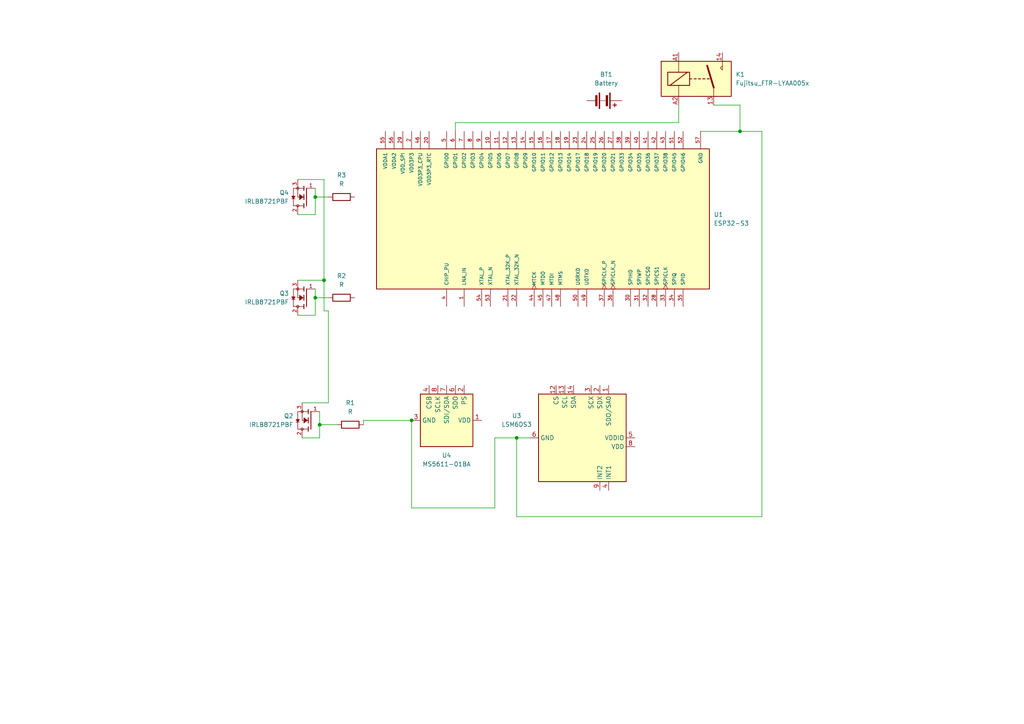
<source format=kicad_sch>
(kicad_sch (version 20250114) (generator "eeschema") (generator_version "9.0")
  (paper "A4")
  (lib_symbols
    (symbol "Device:Battery" (pin_numbers (hide yes)) (pin_names (offset 0) (hide yes))
      (property "Reference" "BT" (at 2.54 2.54 0))
      (property "Value" "Battery" (at 2.54 0 0))
      (symbol "Battery_0_1"
        (rectangle (start -2.286 1.778) (end 2.286 1.524) (fill (type outline)))
        (rectangle (start -2.286 -1.27) (end 2.286 -1.524) (fill (type outline)))
        (rectangle (start -1.524 1.016) (end 1.524 0.508) (fill (type outline)))
        (rectangle (start -1.524 -2.032) (end 1.524 -2.54) (fill (type outline)))
        (polyline (pts (xy 0 1.778) (xy 0 2.54)))
        (polyline (pts (xy 0 0) (xy 0 0.254)))
        (polyline (pts (xy 0 -0.508) (xy 0 -0.254)))
        (polyline (pts (xy 0 -1.016) (xy 0 -0.762)))
        (polyline (pts (xy 0.762 3.048) (xy 1.778 3.048)) (stroke (width 0.254)))
        (polyline (pts (xy 1.27 3.556) (xy 1.27 2.54)) (stroke (width 0.254)))
      )
      (symbol "Battery_1_1"
        (pin passive line (at 0 5.08 270) (length 2.54) (name "+") (number "1"))
        (pin passive line (at 0 -5.08 90) (length 2.54) (name "-") (number "2"))
      )
    )
    (symbol "Device:R" (pin_numbers (hide yes)) (pin_names (offset 0))
      (property "Reference" "R" (at 2.032 0 90))
      (property "Value" "R" (at 0 0 90))
      (symbol "R_0_1"
        (rectangle (start -1.016 -2.54) (end 1.016 2.54) (stroke (width 0.254)))
      )
      (symbol "R_1_1"
        (pin passive line (at 0 3.81 270) (length 1.27) (name "~") (number "1"))
        (pin passive line (at 0 -3.81 90) (length 1.27) (name "~") (number "2"))
      )
    )
    (symbol "ESP32-S3:ESP32-S3" (pin_names (offset 1.016))
      (property "Reference" "U" (at -20.32 49.53 0))
      (property "Value" "ESP32-S3" (at -20.32 -49.53 0))
      (symbol "ESP32-S3_0_0"
        (rectangle (start -20.32 -48.26) (end 20.32 48.26) (stroke (width 0.254)) (fill (type background)))
        (pin input line (at -25.4 27.94 0) (length 5.08) (name "CHIP_PU") (number "4"))
        (pin bidirectional line (at -25.4 22.86 0) (length 5.08) (name "LNA_IN") (number "1"))
        (pin input line (at -25.4 17.78 0) (length 5.08) (name "XTAL_P") (number "54"))
        (pin output line (at -25.4 15.24 0) (length 5.08) (name "XTAL_N") (number "53"))
        (pin bidirectional line (at -25.4 10.16 0) (length 5.08) (name "XTAL_32K_P") (number "21"))
        (pin bidirectional line (at -25.4 7.62 0) (length 5.08) (name "XTAL_32K_N") (number "22"))
        (pin bidirectional clock (at -25.4 2.54 0) (length 5.08) (name "MTCK") (number "44"))
        (pin bidirectional line (at -25.4 0 0) (length 5.08) (name "MTDO") (number "45"))
        (pin bidirectional line (at -25.4 -2.54 0) (length 5.08) (name "MTDI") (number "47"))
        (pin bidirectional line (at -25.4 -5.08 0) (length 5.08) (name "MTMS") (number "48"))
        (pin bidirectional line (at -25.4 -10.16 0) (length 5.08) (name "U0RXD") (number "50"))
        (pin bidirectional line (at -25.4 -12.7 0) (length 5.08) (name "U0TXD") (number "49"))
        (pin bidirectional clock (at -25.4 -17.78 0) (length 5.08) (name "SPICLK_P") (number "37"))
        (pin bidirectional clock (at -25.4 -20.32 0) (length 5.08) (name "SPICLK_N") (number "36"))
        (pin bidirectional line (at -25.4 -25.4 0) (length 5.08) (name "SPIHD") (number "30"))
        (pin bidirectional line (at -25.4 -27.94 0) (length 5.08) (name "SPIWP") (number "31"))
        (pin bidirectional line (at -25.4 -30.48 0) (length 5.08) (name "SPICS0") (number "32"))
        (pin bidirectional line (at -25.4 -33.02 0) (length 5.08) (name "SPICS1") (number "28"))
        (pin bidirectional clock (at -25.4 -35.56 0) (length 5.08) (name "SPICLK") (number "33"))
        (pin bidirectional line (at -25.4 -38.1 0) (length 5.08) (name "SPIQ") (number "34"))
        (pin bidirectional line (at -25.4 -40.64 0) (length 5.08) (name "SPID") (number "35"))
        (pin power_in line (at 25.4 45.72 180) (length 5.08) (name "VDDA1") (number "55"))
        (pin power_in line (at 25.4 43.18 180) (length 5.08) (name "VDDA2") (number "56"))
        (pin power_in line (at 25.4 40.64 180) (length 5.08) (name "VDD_SPI") (number "29"))
        (pin power_in line (at 25.4 38.1 180) (length 5.08) (name "VDD3P3") (number "2"))
        (pin power_in line (at 25.4 38.1 180) (length 5.08) (hide yes) (name "VDD3P3") (number "3"))
        (pin power_in line (at 25.4 35.56 180) (length 5.08) (name "VDD3P3_CPU") (number "46"))
        (pin power_in line (at 25.4 33.02 180) (length 5.08) (name "VDD3P3_RTC") (number "20"))
        (pin bidirectional line (at 25.4 27.94 180) (length 5.08) (name "GPIO0") (number "5"))
        (pin bidirectional line (at 25.4 25.4 180) (length 5.08) (name "GPIO1") (number "6"))
        (pin bidirectional line (at 25.4 22.86 180) (length 5.08) (name "GPIO2") (number "7"))
        (pin bidirectional line (at 25.4 20.32 180) (length 5.08) (name "GPIO3") (number "8"))
        (pin bidirectional line (at 25.4 17.78 180) (length 5.08) (name "GPIO4") (number "9"))
        (pin bidirectional line (at 25.4 15.24 180) (length 5.08) (name "GPIO5") (number "10"))
        (pin bidirectional line (at 25.4 12.7 180) (length 5.08) (name "GPIO6") (number "11"))
        (pin bidirectional line (at 25.4 10.16 180) (length 5.08) (name "GPIO7") (number "12"))
        (pin bidirectional line (at 25.4 7.62 180) (length 5.08) (name "GPIO8") (number "13"))
        (pin bidirectional line (at 25.4 5.08 180) (length 5.08) (name "GPIO9") (number "14"))
        (pin bidirectional line (at 25.4 2.54 180) (length 5.08) (name "GPIO10") (number "15"))
        (pin bidirectional line (at 25.4 0 180) (length 5.08) (name "GPIO11") (number "16"))
        (pin bidirectional line (at 25.4 -2.54 180) (length 5.08) (name "GPIO12") (number "17"))
        (pin bidirectional line (at 25.4 -5.08 180) (length 5.08) (name "GPIO13") (number "18"))
        (pin bidirectional line (at 25.4 -7.62 180) (length 5.08) (name "GPIO14") (number "19"))
        (pin bidirectional line (at 25.4 -10.16 180) (length 5.08) (name "GPIO17") (number "23"))
        (pin bidirectional line (at 25.4 -12.7 180) (length 5.08) (name "GPIO18") (number "24"))
        (pin bidirectional line (at 25.4 -15.24 180) (length 5.08) (name "GPIO19") (number "25"))
        (pin bidirectional line (at 25.4 -17.78 180) (length 5.08) (name "GPIO20") (number "26"))
        (pin bidirectional line (at 25.4 -20.32 180) (length 5.08) (name "GPIO21") (number "27"))
        (pin bidirectional line (at 25.4 -22.86 180) (length 5.08) (name "GPIO33") (number "38"))
        (pin bidirectional line (at 25.4 -25.4 180) (length 5.08) (name "GPIO34") (number "39"))
        (pin bidirectional line (at 25.4 -27.94 180) (length 5.08) (name "GPIO35") (number "40"))
        (pin bidirectional line (at 25.4 -30.48 180) (length 5.08) (name "GPIO36") (number "41"))
        (pin bidirectional line (at 25.4 -33.02 180) (length 5.08) (name "GPIO37") (number "42"))
        (pin bidirectional line (at 25.4 -35.56 180) (length 5.08) (name "GPIO38") (number "43"))
        (pin bidirectional line (at 25.4 -38.1 180) (length 5.08) (name "GPIO45") (number "51"))
        (pin bidirectional line (at 25.4 -40.64 180) (length 5.08) (name "GPIO46") (number "52"))
        (pin power_in line (at 25.4 -45.72 180) (length 5.08) (name "GND") (number "57"))
      )
    )
    (symbol "IRLB8721PBF:IRLB8721PBF" (pin_names (offset 1.016))
      (property "Reference" "Q" (at -8.89 2.54 0))
      (property "Value" "IRLB8721PBF" (at -8.89 -7.62 0))
      (symbol "IRLB8721PBF_0_0"
        (polyline (pts (xy 0 2.54) (xy 0 -2.54)) (stroke (width 0.254)))
        (polyline (pts (xy 0.762 3.175) (xy 0.762 2.54)) (stroke (width 0.254)))
        (polyline (pts (xy 0.762 2.54) (xy 0.762 1.905)) (stroke (width 0.254)))
        (polyline (pts (xy 0.762 2.54) (xy 3.81 2.54)) (stroke (width 0.1524)))
        (polyline (pts (xy 0.762 0.762) (xy 0.762 0)) (stroke (width 0.254)))
        (polyline (pts (xy 0.762 0) (xy 0.762 -0.762)) (stroke (width 0.254)))
        (polyline (pts (xy 0.762 0) (xy 2.54 0)) (stroke (width 0.1524)))
        (polyline (pts (xy 0.762 -1.905) (xy 0.762 -2.54)) (stroke (width 0.254)))
        (polyline (pts (xy 0.762 -2.54) (xy 0.762 -3.175)) (stroke (width 0.254)))
        (polyline (pts (xy 1.016 0) (xy 2.032 0.762) (xy 2.032 -0.762) (xy 1.016 0)) (stroke (width 0.1524)) (fill (type outline)))
        (circle (center 2.54 2.54) (radius 0.3592))
        (polyline (pts (xy 2.54 0) (xy 2.54 -2.54)) (stroke (width 0.1524)))
        (polyline (pts (xy 2.54 -2.54) (xy 0.762 -2.54)) (stroke (width 0.1524)))
        (polyline (pts (xy 2.54 -2.54) (xy 3.81 -2.54)) (stroke (width 0.1524)))
        (circle (center 2.54 -2.54) (radius 0.3592))
        (polyline (pts (xy 3.81 2.54) (xy 3.81 0.508)) (stroke (width 0.1524)))
        (polyline (pts (xy 3.81 0.508) (xy 3.302 0.508)) (stroke (width 0.1524)))
        (polyline (pts (xy 3.81 0.508) (xy 3.81 -2.54)) (stroke (width 0.1524)))
        (polyline (pts (xy 3.81 0.508) (xy 3.302 -0.254) (xy 4.318 -0.254) (xy 3.81 0.508)) (stroke (width 0.1524)) (fill (type outline)))
        (polyline (pts (xy 4.318 0.508) (xy 3.81 0.508)) (stroke (width 0.1524)))
        (pin passive line (at -2.54 -2.54 0) (length 2.54) (name "~") (number "1"))
        (pin passive line (at 2.54 5.08 270) (length 2.54) (name "~") (number "2"))
        (pin passive line (at 2.54 -5.08 90) (length 2.54) (name "~") (number "3"))
      )
    )
    (symbol "Relay:Fujitsu_FTR-LYAA005x"
      (property "Reference" "K" (at 11.43 3.81 0))
      (property "Value" "Fujitsu_FTR-LYAA005x" (at 11.43 1.27 0))
      (symbol "Fujitsu_FTR-LYAA005x_0_0"
        (polyline (pts (xy 7.62 5.08) (xy 7.62 2.54) (xy 6.985 3.175) (xy 7.62 3.81)))
      )
      (symbol "Fujitsu_FTR-LYAA005x_0_1"
        (rectangle (start -10.16 5.08) (end 10.16 -5.08) (stroke (width 0.254)) (fill (type background)))
        (rectangle (start -8.255 1.905) (end -1.905 -1.905) (stroke (width 0.254)))
        (polyline (pts (xy -7.62 -1.905) (xy -2.54 1.905)) (stroke (width 0.254)))
        (polyline (pts (xy -5.08 5.08) (xy -5.08 1.905)))
        (polyline (pts (xy -5.08 -5.08) (xy -5.08 -1.905)))
        (polyline (pts (xy -1.905 0) (xy -1.27 0)) (stroke (width 0.254)))
        (polyline (pts (xy -0.635 0) (xy 0 0)) (stroke (width 0.254)))
        (polyline (pts (xy 0.635 0) (xy 1.27 0)) (stroke (width 0.254)))
        (polyline (pts (xy 1.905 0) (xy 2.54 0)) (stroke (width 0.254)))
        (polyline (pts (xy 3.175 0) (xy 3.81 0)) (stroke (width 0.254)))
        (polyline (pts (xy 5.08 -2.54) (xy 3.175 3.81)) (stroke (width 0.508)))
        (polyline (pts (xy 5.08 -2.54) (xy 5.08 -5.08)))
      )
      (symbol "Fujitsu_FTR-LYAA005x_1_1"
        (pin passive line (at -5.08 7.62 270) (length 2.54) (name "~") (number "A1"))
        (pin passive line (at -5.08 -7.62 90) (length 2.54) (name "~") (number "A2"))
        (pin passive line (at 5.08 -7.62 90) (length 2.54) (name "~") (number "13"))
        (pin passive line (at 7.62 7.62 270) (length 2.54) (name "~") (number "14"))
      )
    )
    (symbol "Sensor_Motion:LSM6DS3"
      (property "Reference" "U" (at -11.43 15.24 0))
      (property "Value" "LSM6DS3" (at -11.43 12.7 0))
      (symbol "LSM6DS3_0_1"
        (rectangle (start -12.7 12.7) (end 12.7 -12.7) (stroke (width 0.254)) (fill (type background)))
      )
      (symbol "LSM6DS3_1_1"
        (pin bidirectional line (at -15.24 7.62 0) (length 2.54) (name "SDO/SA0") (number "1"))
        (pin bidirectional line (at -15.24 5.08 0) (length 2.54) (name "SDX") (number "2"))
        (pin input line (at -15.24 2.54 0) (length 2.54) (name "SCX") (number "3"))
        (pin bidirectional line (at -15.24 -2.54 0) (length 2.54) (name "SDA") (number "14"))
        (pin input line (at -15.24 -5.08 0) (length 2.54) (name "SCL") (number "13"))
        (pin input line (at -15.24 -7.62 0) (length 2.54) (name "CS") (number "12"))
        (pin power_in line (at 0 15.24 270) (length 2.54) (name "VDDIO") (number "5"))
        (pin power_in line (at 0 -15.24 90) (length 2.54) (name "GND") (number "6"))
        (pin passive line (at 0 -15.24 90) (length 2.54) (hide yes) (name "GND") (number "7"))
        (pin power_in line (at 2.54 15.24 270) (length 2.54) (name "VDD") (number "8"))
        (pin no_connect line (at 12.7 -2.54 180) (length 3.81) (hide yes) (name "NC") (number "11"))
        (pin no_connect line (at 12.7 -5.08 180) (length 3.81) (hide yes) (name "NC") (number "10"))
        (pin output line (at 15.24 7.62 180) (length 2.54) (name "INT1") (number "4"))
        (pin output line (at 15.24 5.08 180) (length 2.54) (name "INT2") (number "9"))
      )
    )
    (symbol "Sensor_Pressure:MS5611-01BA"
      (property "Reference" "U" (at -6.35 8.89 0))
      (property "Value" "MS5611-01BA" (at 7.62 8.89 0))
      (symbol "MS5611-01BA_0_1"
        (rectangle (start -7.62 7.62) (end 7.62 -7.62) (stroke (width 0.254)) (fill (type background)))
      )
      (symbol "MS5611-01BA_1_1"
        (pin input line (at -10.16 5.08 0) (length 2.54) (name "PS") (number "2"))
        (pin output line (at -10.16 2.54 0) (length 2.54) (name "SDO") (number "6"))
        (pin bidirectional line (at -10.16 0 0) (length 2.54) (name "SDI/SDA") (number "7"))
        (pin input line (at -10.16 -2.54 0) (length 2.54) (name "SCLK") (number "8"))
        (pin input line (at -10.16 -5.08 0) (length 2.54) (name "CSB") (number "4"))
        (pin input line (at -10.16 -5.08 0) (length 2.54) (hide yes) (name "CSB") (number "5"))
        (pin power_in line (at 0 10.16 270) (length 2.54) (name "VDD") (number "1"))
        (pin power_in line (at 0 -10.16 90) (length 2.54) (name "GND") (number "3"))
      )
    )
  )
  (junction (at 92.71 123.19))
  (junction (at 119.38 121.92))
  (junction (at 91.44 86.36))
  (junction (at 91.44 57.15))
  (junction (at 149.86 127))
  (junction (at 93.98 81.28))
  (junction (at 214.63 38.1))
  (wire (pts (xy 91.44 62.23) (xy 91.44 57.15)))
  (wire (pts (xy 149.86 127) (xy 143.51 127)))
  (wire (pts (xy 220.98 38.1) (xy 220.98 149.86)))
  (wire (pts (xy 93.98 90.17) (xy 93.98 81.28)))
  (wire (pts (xy 105.41 121.92) (xy 105.41 123.19)))
  (wire (pts (xy 143.51 147.32) (xy 119.38 147.32)))
  (wire (pts (xy 207.01 30.48) (xy 214.63 30.48)))
  (wire (pts (xy 87.63 116.84) (xy 95.25 116.84)))
  (wire (pts (xy 91.44 57.15) (xy 95.25 57.15)))
  (wire (pts (xy 153.67 127) (xy 149.86 127)))
  (wire (pts (xy 143.51 127) (xy 143.51 147.32)))
  (wire (pts (xy 196.85 35.56) (xy 132.08 35.56)))
  (wire (pts (xy 87.63 127) (xy 92.71 127)))
  (wire (pts (xy 86.36 62.23) (xy 91.44 62.23)))
  (wire (pts (xy 92.71 119.38) (xy 92.71 123.19)))
  (wire (pts (xy 119.38 147.32) (xy 119.38 121.92)))
  (wire (pts (xy 95.25 90.17) (xy 93.98 90.17)))
  (wire (pts (xy 203.2 38.1) (xy 214.63 38.1)))
  (wire (pts (xy 93.98 81.28) (xy 93.98 52.07)))
  (wire (pts (xy 97.79 123.19) (xy 92.71 123.19)))
  (wire (pts (xy 214.63 38.1) (xy 220.98 38.1)))
  (wire (pts (xy 92.71 123.19) (xy 92.71 127)))
  (wire (pts (xy 119.38 121.92) (xy 105.41 121.92)))
  (wire (pts (xy 95.25 116.84) (xy 95.25 90.17)))
  (wire (pts (xy 149.86 149.86) (xy 149.86 127)))
  (wire (pts (xy 91.44 57.15) (xy 91.44 54.61)))
  (wire (pts (xy 93.98 81.28) (xy 86.36 81.28)))
  (wire (pts (xy 91.44 86.36) (xy 95.25 86.36)))
  (wire (pts (xy 86.36 52.07) (xy 93.98 52.07)))
  (wire (pts (xy 214.63 30.48) (xy 214.63 38.1)))
  (wire (pts (xy 220.98 149.86) (xy 149.86 149.86)))
  (wire (pts (xy 91.44 91.44) (xy 91.44 86.36)))
  (wire (pts (xy 132.08 35.56) (xy 132.08 38.1)))
  (wire (pts (xy 91.44 86.36) (xy 91.44 83.82)))
  (wire (pts (xy 196.85 30.48) (xy 196.85 35.56)))
  (wire (pts (xy 86.36 91.44) (xy 91.44 91.44)))
  (symbol (lib_id "Relay:Fujitsu_FTR-LYAA005x") (at 201.93 22.86 0) (unit 1)
    (property "Reference" "K1" (at 213.36 21.5899 0) (effects (justify left)))
    (property "Value" "Fujitsu_FTR-LYAA005x" (at 213.36 24.1299 0) (effects (justify left)))
    (property "Footprint" "Relay_THT:Relay_SPST-NO_Fujitsu_FTR-LYAA005x_FormA_Vertical" (effects (hide yes)))
    (property "Datasheet" "https://www.fujitsu.com/sg/imagesgig5/ftr-ly.pdf" (effects (hide yes)))
    (property "Description" "Relay, SPST Form A, vertical mount, 5-60V coil, 6A, 250VAC, 28 x 5 x 15mm" (effects (hide yes)))
  )
  (symbol (lib_id "IRLB8721PBF:IRLB8721PBF") (at 88.9 57.15 180) (unit 1)
    (property "Reference" "Q4" (at 83.82 55.8799 0) (effects (justify left)))
    (property "Value" "IRLB8721PBF" (at 83.82 58.4199 0) (effects (justify left)))
    (property "Footprint" "IRLB8721PBF:TO254P1067X483X2057-3" (effects (hide yes)))
    (property "MF" "Infineon Technologies" (effects (hide yes)))
    (property "MAXIMUM_PACKAGE_HEIGHT" "20.57mm" (effects (hide yes)))
    (property "Package" "None" (effects (hide yes)))
    (property "Price" "None" (effects (hide yes)))
    (property "Check_prices" "https://www.snapeda.com/parts/IRLB8721/Infineon/view-part/?ref=eda" (effects (hide yes)))
    (property "STANDARD" "IPC-7351B" (effects (hide yes)))
    (property "PARTREV" "4/22/09" (effects (hide yes)))
    (property "SnapEDA_Link" "https://www.snapeda.com/parts/IRLB8721/Infineon/view-part/?ref=snap" (effects (hide yes)))
    (property "MP" "IRLB8721" (effects (hide yes)))
    (property "Description_1" "Trans MOSFET N-CH 30V 62A 3-Pin(3+Tab) TO-220AB Tube" (effects (hide yes)))
    (property "Availability" "In Stock" (effects (hide yes)))
    (property "MANUFACTURER" "Infineon" (effects (hide yes)))
  )
  (symbol (lib_id "Sensor_Pressure:MS5611-01BA") (at 129.54 121.92 270) (unit 1)
    (property "Reference" "U4" (at 129.54 132.08 90))
    (property "Value" "MS5611-01BA" (at 129.54 134.62 90))
    (property "Footprint" "Package_LGA:LGA-8_3x5mm_P1.25mm" (effects (hide yes)))
    (property "Datasheet" "https://www.te.com/commerce/DocumentDelivery/DDEController?Action=srchrtrv&DocNm=MS5611-01BA03&DocType=Data+Sheet&DocLang=English" (effects (hide yes)))
    (property "Description" "Barometric pressure sensor, 10cm resolution, 10 to 1200 mbar, I2C and SPI interface up to 20MHz, LGA-8" (effects (hide yes)))
  )
  (symbol (lib_id "IRLB8721PBF:IRLB8721PBF") (at 90.17 121.92 180) (unit 1)
    (property "Reference" "Q2" (at 85.09 120.6499 0) (effects (justify left)))
    (property "Value" "IRLB8721PBF" (at 85.09 123.1899 0) (effects (justify left)))
    (property "Footprint" "IRLB8721PBF:TO254P1067X483X2057-3" (effects (hide yes)))
    (property "MF" "Infineon Technologies" (effects (hide yes)))
    (property "MAXIMUM_PACKAGE_HEIGHT" "20.57mm" (effects (hide yes)))
    (property "Package" "None" (effects (hide yes)))
    (property "Price" "None" (effects (hide yes)))
    (property "Check_prices" "https://www.snapeda.com/parts/IRLB8721/Infineon/view-part/?ref=eda" (effects (hide yes)))
    (property "STANDARD" "IPC-7351B" (effects (hide yes)))
    (property "PARTREV" "4/22/09" (effects (hide yes)))
    (property "SnapEDA_Link" "https://www.snapeda.com/parts/IRLB8721/Infineon/view-part/?ref=snap" (effects (hide yes)))
    (property "MP" "IRLB8721" (effects (hide yes)))
    (property "Description_1" "Trans MOSFET N-CH 30V 62A 3-Pin(3+Tab) TO-220AB Tube" (effects (hide yes)))
    (property "Availability" "In Stock" (effects (hide yes)))
    (property "MANUFACTURER" "Infineon" (effects (hide yes)))
  )
  (symbol (lib_id "Device:R") (at 99.06 86.36 90) (unit 1)
    (property "Reference" "R2" (at 99.06 80.01 90))
    (property "Value" "R" (at 99.06 82.55 90))
    (property "Description" "Resistor" (effects (hide yes)))
  )
  (symbol (lib_id "Device:R") (at 99.06 57.15 90) (unit 1)
    (property "Reference" "R3" (at 99.06 50.8 90))
    (property "Value" "R" (at 99.06 53.34 90))
    (property "Description" "Resistor" (effects (hide yes)))
  )
  (symbol (lib_id "ESP32-S3:ESP32-S3") (at 157.48 63.5 90) (unit 1)
    (property "Reference" "U1" (at 207.01 62.2299 90) (effects (justify right)))
    (property "Value" "ESP32-S3" (at 207.01 64.7699 90) (effects (justify right)))
    (property "Footprint" "ESP32-S3:IC_ESP32-S3" (effects (hide yes)))
    (property "MF" "Espressif Systems" (effects (hide yes)))
    (property "MAXIMUM_PACKAGE_HEIGHT" "0.9mm" (effects (hide yes)))
    (property "Package" "None" (effects (hide yes)))
    (property "Price" "None" (effects (hide yes)))
    (property "Check_prices" "https://www.snapeda.com/parts/ESP32-S3/Espressif+Systems/view-part/?ref=eda" (effects (hide yes)))
    (property "STANDARD" "Manufacturer Recommendations" (effects (hide yes)))
    (property "PARTREV" "v1.2" (effects (hide yes)))
    (property "SnapEDA_Link" "https://www.snapeda.com/parts/ESP32-S3/Espressif+Systems/view-part/?ref=snap" (effects (hide yes)))
    (property "MP" "ESP32-S3" (effects (hide yes)))
    (property "Purchase-URL" "https://www.snapeda.com/api/url_track_click_mouser/?unipart_id=9741836&manufacturer=Espressif Systems&part_name=ESP32-S3&search_term=esp32-s3" (effects (hide yes)))
    (property "Description_1" "IC RF TxRx + MCU Bluetooth, WiFi 802.11b/g/n, Bluetooth v5.0 2.412GHz ~ 2.484GHz 56-VFQFN Exposed Pad" (effects (hide yes)))
    (property "MANUFACTURER" "ESPRESSIF" (effects (hide yes)))
    (property "Availability" "In Stock" (effects (hide yes)))
    (property "SNAPEDA_PN" "ESP32-S3" (effects (hide yes)))
  )
  (symbol (lib_id "Sensor_Motion:LSM6DS3") (at 168.91 127 270) (unit 1)
    (property "Reference" "U3" (at 149.86 120.5798 90))
    (property "Value" "LSM6DS3" (at 149.86 123.1198 90))
    (property "Footprint" "Package_LGA:LGA-14_3x2.5mm_P0.5mm_LayoutBorder3x4y" (effects (hide yes)))
    (property "Datasheet" "https://www.st.com/resource/en/datasheet/lsm6ds3tr-c.pdf" (effects (hide yes)))
    (property "Description" "I2C/SPI, iNEMO inertial module: always-on 3D accelerometer and 3D gyroscope" (effects (hide yes)))
  )
  (symbol (lib_id "Device:Battery") (at 175.26 29.21 270) (unit 1)
    (property "Reference" "BT1" (at 175.8315 21.59 90))
    (property "Value" "Battery" (at 175.8315 24.13 90))
    (property "Description" "Multiple-cell battery" (effects (hide yes)))
    (property "Sim.Device" "V" (effects (hide yes)))
    (property "Sim.Type" "DC" (effects (hide yes)))
    (property "Sim.Pins" "1=+ 2=-" (effects (hide yes)))
  )
  (symbol (lib_id "IRLB8721PBF:IRLB8721PBF") (at 88.9 86.36 180) (unit 1)
    (property "Reference" "Q3" (at 83.82 85.0899 0) (effects (justify left)))
    (property "Value" "IRLB8721PBF" (at 83.82 87.6299 0) (effects (justify left)))
    (property "Footprint" "IRLB8721PBF:TO254P1067X483X2057-3" (effects (hide yes)))
    (property "MF" "Infineon Technologies" (effects (hide yes)))
    (property "MAXIMUM_PACKAGE_HEIGHT" "20.57mm" (effects (hide yes)))
    (property "Package" "None" (effects (hide yes)))
    (property "Price" "None" (effects (hide yes)))
    (property "Check_prices" "https://www.snapeda.com/parts/IRLB8721/Infineon/view-part/?ref=eda" (effects (hide yes)))
    (property "STANDARD" "IPC-7351B" (effects (hide yes)))
    (property "PARTREV" "4/22/09" (effects (hide yes)))
    (property "SnapEDA_Link" "https://www.snapeda.com/parts/IRLB8721/Infineon/view-part/?ref=snap" (effects (hide yes)))
    (property "MP" "IRLB8721" (effects (hide yes)))
    (property "Description_1" "Trans MOSFET N-CH 30V 62A 3-Pin(3+Tab) TO-220AB Tube" (effects (hide yes)))
    (property "Availability" "In Stock" (effects (hide yes)))
    (property "MANUFACTURER" "Infineon" (effects (hide yes)))
  )
  (symbol (lib_id "Device:R") (at 101.6 123.19 270) (unit 1)
    (property "Reference" "R1" (at 101.6 116.84 90))
    (property "Value" "R" (at 101.6 119.38 90))
    (property "Description" "Resistor" (effects (hide yes)))
  )
)
</source>
